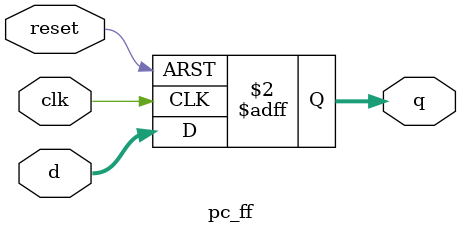
<source format=sv>
module pc_ff(
    input  logic clk, reset,
    input  logic [31:0] d,
    output logic [31:0] q
);
    always_ff @(posedge clk or posedge reset) begin
        if (reset)
            q <= 32'b0;
        else
            q <= d;
    end
endmodule
</source>
